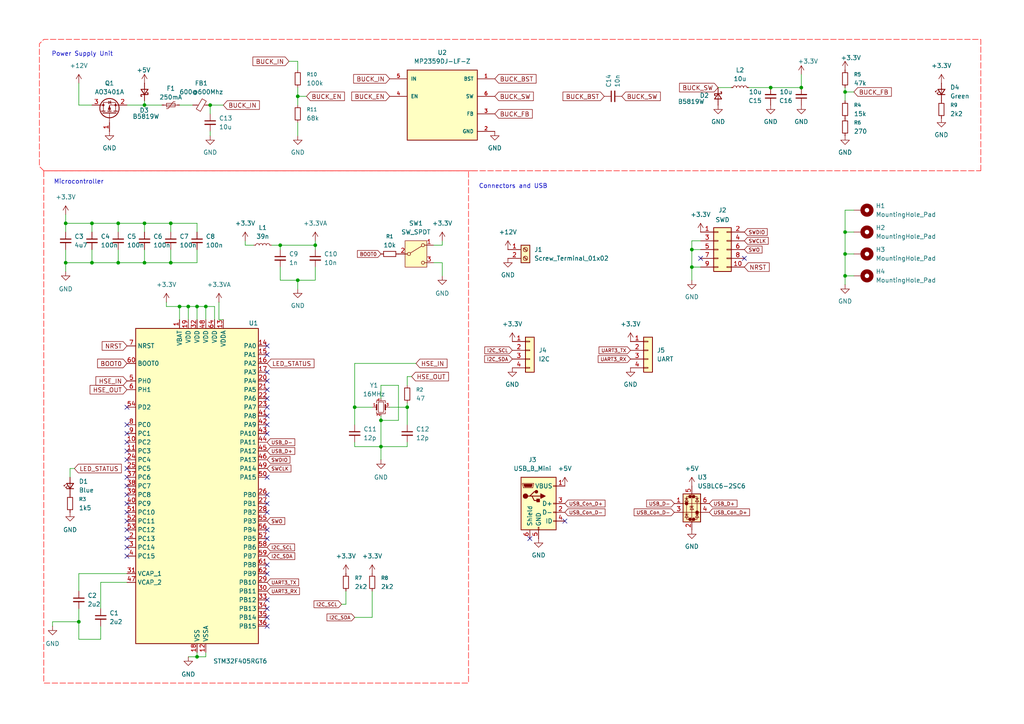
<source format=kicad_sch>
(kicad_sch (version 20250114) (generator "eeschema") (generator_version "9.0")
  (paper "A4")
  (title_block (title "STM_PCB") (date "2025-09-13") (rev "v1") (company "TK's PCB"))
  (lib_symbols
    (symbol "Connector:Screw_Terminal_01x02" (pin_names (offset 1.016) (hide yes))
      (property "Reference" "J" (at 0 2.54 0))
      (property "Value" "Screw_Terminal_01x02" (at 0 -5.08 0))
      (symbol "Screw_Terminal_01x02_1_1"
        (pin passive line (at -5.08 0 0) (length 3.81) (name "Pin_1") (number "1"))
        (pin passive line (at -5.08 -2.54 0) (length 3.81) (name "Pin_2") (number "2"))
      )
    )
    (symbol "Connector:USB_B_Mini" (pin_names (offset 1.016))
      (property "Reference" "J" (at -5.08 11.43 0))
      (property "Value" "USB_B_Mini" (at -5.08 8.89 0))
      (symbol "USB_B_Mini_1_1"
        (pin passive line (at -2.54 -10.16 90) (length 2.54) (name "Shield") (number "6"))
        (pin power_out line (at 0 -10.16 90) (length 2.54) (name "GND") (number "5"))
        (pin power_out line (at 7.62 5.08 180) (length 2.54) (name "VBUS") (number "1"))
        (pin bidirectional line (at 7.62 0 180) (length 2.54) (name "D+") (number "3"))
        (pin bidirectional line (at 7.62 -2.54 180) (length 2.54) (name "D-") (number "2"))
        (pin passive line (at 7.62 -5.08 180) (length 2.54) (name "ID") (number "4"))
      )
    )
    (symbol "Connector_Generic:Conn_01x04" (pin_names (offset 1.016) (hide yes))
      (property "Reference" "J" (at 0 5.08 0))
      (property "Value" "Conn_01x04" (at 0 -7.62 0))
      (symbol "Conn_01x04_1_1"
        (pin passive line (at -5.08 2.54 0) (length 3.81) (name "Pin_1") (number "1"))
        (pin passive line (at -5.08 0 0) (length 3.81) (name "Pin_2") (number "2"))
        (pin passive line (at -5.08 -2.54 0) (length 3.81) (name "Pin_3") (number "3"))
        (pin passive line (at -5.08 -5.08 0) (length 3.81) (name "Pin_4") (number "4"))
      )
    )
    (symbol "Connector_Generic:Conn_02x05_Odd_Even" (pin_names (offset 1.016) (hide yes))
      (property "Reference" "J" (at 1.27 7.62 0))
      (property "Value" "Conn_02x05_Odd_Even" (at 1.27 -7.62 0))
      (symbol "Conn_02x05_Odd_Even_1_1"
        (pin passive line (at -5.08 5.08 0) (length 3.81) (name "Pin_1") (number "1"))
        (pin passive line (at -5.08 2.54 0) (length 3.81) (name "Pin_3") (number "3"))
        (pin passive line (at -5.08 0 0) (length 3.81) (name "Pin_5") (number "5"))
        (pin passive line (at -5.08 -2.54 0) (length 3.81) (name "Pin_7") (number "7"))
        (pin passive line (at -5.08 -5.08 0) (length 3.81) (name "Pin_9") (number "9"))
        (pin passive line (at 7.62 5.08 180) (length 3.81) (name "Pin_2") (number "2"))
        (pin passive line (at 7.62 2.54 180) (length 3.81) (name "Pin_4") (number "4"))
        (pin passive line (at 7.62 0 180) (length 3.81) (name "Pin_6") (number "6"))
        (pin passive line (at 7.62 -2.54 180) (length 3.81) (name "Pin_8") (number "8"))
        (pin passive line (at 7.62 -5.08 180) (length 3.81) (name "Pin_10") (number "10"))
      )
    )
    (symbol "Device:C_Small" (pin_numbers (hide yes)) (pin_names (offset 0.254) (hide yes))
      (property "Reference" "C" (at 0.254 1.778 0))
      (property "Value" "C_Small" (at 0.254 -2.032 0))
      (symbol "C_Small_1_1"
        (pin passive line (at 0 2.54 270) (length 2.032) (name "~") (number "1"))
        (pin passive line (at 0 -2.54 90) (length 2.032) (name "~") (number "2"))
      )
    )
    (symbol "Device:Crystal_GND24_Small" (pin_names (offset 1.016) (hide yes))
      (property "Reference" "Y" (at 1.27 4.445 0))
      (property "Value" "Crystal_GND24_Small" (at 1.27 2.54 0))
      (symbol "Crystal_GND24_Small_1_1"
        (pin passive line (at -2.54 0 0) (length 1.27) (name "1") (number "1"))
        (pin passive line (at 0 2.54 270) (length 0.635) (name "4") (number "4"))
        (pin passive line (at 0 -2.54 90) (length 0.635) (name "2") (number "2"))
        (pin passive line (at 2.54 0 180) (length 1.27) (name "3") (number "3"))
      )
    )
    (symbol "Device:D_Schottky_Small" (pin_numbers (hide yes)) (pin_names (offset 0.254) (hide yes))
      (property "Reference" "D" (at -1.27 2.032 0))
      (property "Value" "D_Schottky_Small" (at -7.112 -2.032 0))
      (symbol "D_Schottky_Small_1_1"
        (pin passive line (at -2.54 0 0) (length 1.778) (name "K") (number "1"))
        (pin passive line (at 2.54 0 180) (length 1.778) (name "A") (number "2"))
      )
    )
    (symbol "Device:FerriteBead_Small" (pin_numbers (hide yes)) (pin_names (offset 0))
      (property "Reference" "FB" (at 1.905 1.27 0))
      (property "Value" "FerriteBead_Small" (at 1.905 -1.27 0))
      (symbol "FerriteBead_Small_1_1"
        (pin passive line (at 0 2.54 270) (length 1.27) (name "~") (number "1"))
        (pin passive line (at 0 -2.54 90) (length 1.27) (name "~") (number "2"))
      )
    )
    (symbol "Device:LED_Small" (pin_numbers (hide yes)) (pin_names (offset 0.254) (hide yes))
      (property "Reference" "D" (at -1.27 3.175 0))
      (property "Value" "LED_Small" (at -4.445 -2.54 0))
      (symbol "LED_Small_1_1"
        (pin passive line (at -2.54 0 0) (length 1.778) (name "K") (number "1"))
        (pin passive line (at 2.54 0 180) (length 1.778) (name "A") (number "2"))
      )
    )
    (symbol "Device:L_Small" (pin_numbers (hide yes)) (pin_names (offset 0.254) (hide yes))
      (property "Reference" "L" (at 0.762 1.016 0))
      (property "Value" "L_Small" (at 0.762 -1.016 0))
      (symbol "L_Small_1_1"
        (pin passive line (at 0 2.54 270) (length 0.508) (name "~") (number "1"))
        (pin passive line (at 0 -2.54 90) (length 0.508) (name "~") (number "2"))
      )
    )
    (symbol "Device:Polyfuse_Small" (pin_numbers (hide yes)) (pin_names (offset 0))
      (property "Reference" "F" (at -1.905 0 90))
      (property "Value" "Polyfuse_Small" (at 1.905 0 90))
      (symbol "Polyfuse_Small_1_1"
        (pin passive line (at 0 2.54 270) (length 0.635) (name "~") (number "1"))
        (pin passive line (at 0 -2.54 90) (length 0.635) (name "~") (number "2"))
      )
    )
    (symbol "Device:R_Small" (pin_numbers (hide yes)) (pin_names (offset 0.254) (hide yes))
      (property "Reference" "R" (at 0 0 90))
      (property "Value" "R_Small" (at 1.778 0 90))
      (symbol "R_Small_1_1"
        (pin passive line (at 0 2.54 270) (length 0.762) (name "~") (number "1"))
        (pin passive line (at 0 -2.54 90) (length 0.762) (name "~") (number "2"))
      )
    )
    (symbol "MCU_ST_STM32F4:STM32F405RGTx"
      (property "Reference" "U" (at -17.78 46.99 0))
      (property "Value" "STM32F405RGTx" (at 10.16 46.99 0))
      (symbol "STM32F405RGTx_1_1"
        (pin input line (at -20.32 40.64 0) (length 2.54) (name "NRST") (number "7"))
        (pin input line (at -20.32 35.56 0) (length 2.54) (name "BOOT0") (number "60"))
        (pin bidirectional line (at -20.32 30.48 0) (length 2.54) (name "PH0") (number "5"))
        (pin bidirectional line (at -20.32 27.94 0) (length 2.54) (name "PH1") (number "6"))
        (pin bidirectional line (at -20.32 22.86 0) (length 2.54) (name "PD2") (number "54"))
        (pin bidirectional line (at -20.32 17.78 0) (length 2.54) (name "PC0") (number "8"))
        (pin bidirectional line (at -20.32 15.24 0) (length 2.54) (name "PC1") (number "9"))
        (pin bidirectional line (at -20.32 12.7 0) (length 2.54) (name "PC2") (number "10"))
        (pin bidirectional line (at -20.32 10.16 0) (length 2.54) (name "PC3") (number "11"))
        (pin bidirectional line (at -20.32 7.62 0) (length 2.54) (name "PC4") (number "24"))
        (pin bidirectional line (at -20.32 5.08 0) (length 2.54) (name "PC5") (number "25"))
        (pin bidirectional line (at -20.32 2.54 0) (length 2.54) (name "PC6") (number "37"))
        (pin bidirectional line (at -20.32 0 0) (length 2.54) (name "PC7") (number "38"))
        (pin bidirectional line (at -20.32 -2.54 0) (length 2.54) (name "PC8") (number "39"))
        (pin bidirectional line (at -20.32 -5.08 0) (length 2.54) (name "PC9") (number "40"))
        (pin bidirectional line (at -20.32 -7.62 0) (length 2.54) (name "PC10") (number "51"))
        (pin bidirectional line (at -20.32 -10.16 0) (length 2.54) (name "PC11") (number "52"))
        (pin bidirectional line (at -20.32 -12.7 0) (length 2.54) (name "PC12") (number "53"))
        (pin bidirectional line (at -20.32 -15.24 0) (length 2.54) (name "PC13") (number "2"))
        (pin bidirectional line (at -20.32 -17.78 0) (length 2.54) (name "PC14") (number "3"))
        (pin bidirectional line (at -20.32 -20.32 0) (length 2.54) (name "PC15") (number "4"))
        (pin power_out line (at -20.32 -25.4 0) (length 2.54) (name "VCAP_1") (number "31"))
        (pin power_out line (at -20.32 -27.94 0) (length 2.54) (name "VCAP_2") (number "47"))
        (pin power_in line (at -5.08 48.26 270) (length 2.54) (name "VBAT") (number "1"))
        (pin power_in line (at -2.54 48.26 270) (length 2.54) (name "VDD") (number "19"))
        (pin power_in line (at 0 48.26 270) (length 2.54) (name "VDD") (number "32"))
        (pin power_in line (at 0 -48.26 90) (length 2.54) (name "VSS") (number "18"))
        (pin passive line (at 0 -48.26 90) (length 2.54) (hide yes) (name "VSS") (number "63"))
        (pin power_in line (at 2.54 48.26 270) (length 2.54) (name "VDD") (number "48"))
        (pin power_in line (at 2.54 -48.26 90) (length 2.54) (name "VSSA") (number "12"))
        (pin power_in line (at 5.08 48.26 270) (length 2.54) (name "VDD") (number "64"))
        (pin power_in line (at 7.62 48.26 270) (length 2.54) (name "VDDA") (number "13"))
        (pin bidirectional line (at 20.32 40.64 180) (length 2.54) (name "PA0") (number "14"))
        (pin bidirectional line (at 20.32 38.1 180) (length 2.54) (name "PA1") (number "15"))
        (pin bidirectional line (at 20.32 35.56 180) (length 2.54) (name "PA2") (number "16"))
        (pin bidirectional line (at 20.32 33.02 180) (length 2.54) (name "PA3") (number "17"))
        (pin bidirectional line (at 20.32 30.48 180) (length 2.54) (name "PA4") (number "20"))
        (pin bidirectional line (at 20.32 27.94 180) (length 2.54) (name "PA5") (number "21"))
        (pin bidirectional line (at 20.32 25.4 180) (length 2.54) (name "PA6") (number "22"))
        (pin bidirectional line (at 20.32 22.86 180) (length 2.54) (name "PA7") (number "23"))
        (pin bidirectional line (at 20.32 20.32 180) (length 2.54) (name "PA8") (number "41"))
        (pin bidirectional line (at 20.32 17.78 180) (length 2.54) (name "PA9") (number "42"))
        (pin bidirectional line (at 20.32 15.24 180) (length 2.54) (name "PA10") (number "43"))
        (pin bidirectional line (at 20.32 12.7 180) (length 2.54) (name "PA11") (number "44"))
        (pin bidirectional line (at 20.32 10.16 180) (length 2.54) (name "PA12") (number "45"))
        (pin bidirectional line (at 20.32 7.62 180) (length 2.54) (name "PA13") (number "46"))
        (pin bidirectional line (at 20.32 5.08 180) (length 2.54) (name "PA14") (number "49"))
        (pin bidirectional line (at 20.32 2.54 180) (length 2.54) (name "PA15") (number "50"))
        (pin bidirectional line (at 20.32 -2.54 180) (length 2.54) (name "PB0") (number "26"))
        (pin bidirectional line (at 20.32 -5.08 180) (length 2.54) (name "PB1") (number "27"))
        (pin bidirectional line (at 20.32 -7.62 180) (length 2.54) (name "PB2") (number "28"))
        (pin bidirectional line (at 20.32 -10.16 180) (length 2.54) (name "PB3") (number "55"))
        (pin bidirectional line (at 20.32 -12.7 180) (length 2.54) (name "PB4") (number "56"))
        (pin bidirectional line (at 20.32 -15.24 180) (length 2.54) (name "PB5") (number "57"))
        (pin bidirectional line (at 20.32 -17.78 180) (length 2.54) (name "PB6") (number "58"))
        (pin bidirectional line (at 20.32 -20.32 180) (length 2.54) (name "PB7") (number "59"))
        (pin bidirectional line (at 20.32 -22.86 180) (length 2.54) (name "PB8") (number "61"))
        (pin bidirectional line (at 20.32 -25.4 180) (length 2.54) (name "PB9") (number "62"))
        (pin bidirectional line (at 20.32 -27.94 180) (length 2.54) (name "PB10") (number "29"))
        (pin bidirectional line (at 20.32 -30.48 180) (length 2.54) (name "PB11") (number "30"))
        (pin bidirectional line (at 20.32 -33.02 180) (length 2.54) (name "PB12") (number "33"))
        (pin bidirectional line (at 20.32 -35.56 180) (length 2.54) (name "PB13") (number "34"))
        (pin bidirectional line (at 20.32 -38.1 180) (length 2.54) (name "PB14") (number "35"))
        (pin bidirectional line (at 20.32 -40.64 180) (length 2.54) (name "PB15") (number "36"))
      )
    )
    (symbol "MP2359DJ-LF-Z:MP2359DJ-LF-Z" (pin_names (offset 1.016))
      (property "Reference" "U" (at -10.16 10.668 0))
      (property "Value" "MP2359DJ-LF-Z" (at -10.16 -12.7 0))
      (symbol "MP2359DJ-LF-Z_0_0"
        (pin input line (at -15.24 7.62 0) (length 5.08) (name "IN") (number "5"))
        (pin input line (at -15.24 2.54 0) (length 5.08) (name "EN") (number "4"))
        (pin passive line (at 15.24 7.62 180) (length 5.08) (name "BST") (number "1"))
        (pin output line (at 15.24 2.54 180) (length 5.08) (name "SW") (number "6"))
        (pin input line (at 15.24 -2.54 180) (length 5.08) (name "FB") (number "3"))
        (pin power_in line (at 15.24 -7.62 180) (length 5.08) (name "GND") (number "2"))
      )
    )
    (symbol "Mechanical:MountingHole_Pad" (pin_numbers (hide yes)) (pin_names (offset 1.016) (hide yes)) (in_bom no)
      (property "Reference" "H" (at 0 6.35 0))
      (property "Value" "MountingHole_Pad" (at 0 4.445 0))
      (symbol "MountingHole_Pad_1_1"
        (pin input line (at 0 -2.54 90) (length 2.54) (name "1") (number "1"))
      )
    )
    (symbol "Power_Protection:USBLC6-2SC6" (pin_names (hide yes))
      (property "Reference" "U" (at 0.635 5.715 0))
      (property "Value" "USBLC6-2SC6" (at 0.635 3.81 0))
      (symbol "USBLC6-2SC6_1_1"
        (pin passive line (at -5.08 0 0) (length 2.54) (name "I/O1") (number "1"))
        (pin passive line (at -5.08 -2.54 0) (length 2.54) (name "I/O2") (number "3"))
        (pin passive line (at 0 5.08 270) (length 2.54) (name "VBUS") (number "5"))
        (pin passive line (at 0 -7.62 90) (length 2.54) (name "GND") (number "2"))
        (pin passive line (at 5.08 0 180) (length 2.54) (name "I/O1") (number "6"))
        (pin passive line (at 5.08 -2.54 180) (length 2.54) (name "I/O2") (number "4"))
      )
    )
    (symbol "Switch:SW_SPDT" (pin_names (offset 0) (hide yes))
      (property "Reference" "SW" (at 0 5.08 0))
      (property "Value" "SW_SPDT" (at 0 -5.08 0))
      (symbol "SW_SPDT_1_1"
        (pin passive line (at -5.08 0 0) (length 2.54) (name "B") (number "2"))
        (pin passive line (at 5.08 2.54 180) (length 2.54) (name "A") (number "1"))
        (pin passive line (at 5.08 -2.54 180) (length 2.54) (name "C") (number "3"))
      )
    )
    (symbol "Transistor_FET:AO3401A" (pin_names (hide yes))
      (property "Reference" "Q" (at 5.08 1.905 0))
      (property "Value" "AO3401A" (at 5.08 0 0))
      (symbol "AO3401A_1_1"
        (pin input line (at -5.08 0 0) (length 2.54) (name "G") (number "1"))
        (pin passive line (at 2.54 5.08 270) (length 2.54) (name "D") (number "3"))
        (pin passive line (at 2.54 -5.08 90) (length 2.54) (name "S") (number "2"))
      )
    )
    (symbol "power:+12V" (power) (pin_numbers (hide yes)) (pin_names (offset 0) (hide yes))
      (property "Value" "+12V" (at 0 3.556 0))
      (symbol "+12V_1_1"
        (pin power_in line (at 0 0 90) (length 0) (name "~") (number "1"))
      )
    )
    (symbol "power:+3.3V" (power) (pin_numbers (hide yes)) (pin_names (offset 0) (hide yes))
      (property "Value" "+3.3V" (at 0 3.556 0))
      (symbol "+3.3V_1_1"
        (pin power_in line (at 0 0 90) (length 0) (name "~") (number "1"))
      )
    )
    (symbol "power:+3.3VA" (power) (pin_numbers (hide yes)) (pin_names (offset 0) (hide yes))
      (property "Value" "+3.3VA" (at 0 3.556 0))
      (symbol "+3.3VA_1_1"
        (pin power_in line (at 0 0 90) (length 0) (name "~") (number "1"))
      )
    )
    (symbol "power:GND" (power) (pin_numbers (hide yes)) (pin_names (offset 0) (hide yes))
      (property "Value" "GND" (at 0 -3.81 0))
      (symbol "GND_1_1"
        (pin power_in line (at 0 0 270) (length 0) (name "~") (number "1"))
      )
    )
  )
  (text "Power Supply Unit" (at 23.876 15.748 0) (effects (font (size 1.27 1.27))))
  (text "Microcontroller" (at 22.86 52.832 0) (effects (font (size 1.27 1.27))))
  (text "Connectors and USB" (at 148.844 54.102 0) (effects (font (size 1.27 1.27))))
  (junction (at 118.11 118.11))
  (junction (at 245.11 67.31))
  (junction (at 81.28 71.12))
  (junction (at 19.05 64.77))
  (junction (at 232.41 25.4))
  (junction (at 19.05 76.2))
  (junction (at 110.49 121.92))
  (junction (at 41.91 76.2))
  (junction (at 91.44 71.12))
  (junction (at 49.53 76.2))
  (junction (at 41.91 64.77))
  (junction (at 200.66 72.39))
  (junction (at 49.53 64.77))
  (junction (at 86.36 27.94))
  (junction (at 59.69 88.9))
  (junction (at 52.07 88.9))
  (junction (at 245.11 73.66))
  (junction (at 86.36 81.28))
  (junction (at 22.86 180.34))
  (junction (at 245.11 26.67))
  (junction (at 54.61 88.9))
  (junction (at 102.87 118.11))
  (junction (at 41.91 30.48))
  (junction (at 60.96 30.48))
  (junction (at 245.11 80.01))
  (junction (at 26.67 76.2))
  (junction (at 26.67 64.77))
  (junction (at 200.66 77.47))
  (junction (at 110.49 129.54))
  (junction (at 34.29 76.2))
  (junction (at 34.29 64.77))
  (junction (at 223.52 25.4))
  (junction (at 57.15 88.9))
  (junction (at 57.15 190.5))
  (no_connect (at 77.47 181.61))
  (no_connect (at 215.9 74.93))
  (no_connect (at 36.83 140.97))
  (no_connect (at 77.47 148.59))
  (no_connect (at 77.47 176.53))
  (no_connect (at 77.47 107.95))
  (no_connect (at 36.83 125.73))
  (no_connect (at 77.47 146.05))
  (no_connect (at 77.47 118.11))
  (no_connect (at 77.47 156.21))
  (no_connect (at 77.47 163.83))
  (no_connect (at 77.47 173.99))
  (no_connect (at 77.47 110.49))
  (no_connect (at 77.47 102.87))
  (no_connect (at 77.47 138.43))
  (no_connect (at 77.47 166.37))
  (no_connect (at 77.47 100.33))
  (no_connect (at 36.83 151.13))
  (no_connect (at 77.47 120.65))
  (no_connect (at 77.47 153.67))
  (no_connect (at 36.83 130.81))
  (no_connect (at 36.83 135.89))
  (no_connect (at 36.83 161.29))
  (no_connect (at 36.83 138.43))
  (no_connect (at 36.83 153.67))
  (no_connect (at 36.83 128.27))
  (no_connect (at 36.83 156.21))
  (no_connect (at 77.47 179.07))
  (no_connect (at 36.83 118.11))
  (no_connect (at 77.47 113.03))
  (no_connect (at 77.47 125.73))
  (no_connect (at 36.83 133.35))
  (no_connect (at 36.83 158.75))
  (no_connect (at 36.83 146.05))
  (no_connect (at 36.83 143.51))
  (no_connect (at 36.83 123.19))
  (no_connect (at 77.47 143.51))
  (no_connect (at 163.83 151.13))
  (no_connect (at 203.2 74.93))
  (no_connect (at 36.83 148.59))
  (no_connect (at 77.47 123.19))
  (no_connect (at 153.67 156.21))
  (no_connect (at 77.47 115.57))
  (wire (pts (xy 48.26 87.63) (xy 48.26 88.9)))
  (wire (pts (xy 41.91 64.77) (xy 34.29 64.77)))
  (wire (pts (xy 49.53 64.77) (xy 41.91 64.77)))
  (wire (pts (xy 200.66 72.39) (xy 203.2 72.39)))
  (wire (pts (xy 245.11 67.31) (xy 247.65 67.31)))
  (wire (pts (xy 223.52 25.4) (xy 232.41 25.4)))
  (wire (pts (xy 21.59 135.89) (xy 20.32 135.89)))
  (wire (pts (xy 115.57 111.76) (xy 115.57 121.92)))
  (wire (pts (xy 57.15 72.39) (xy 57.15 76.2)))
  (wire (pts (xy 118.11 109.22) (xy 119.38 109.22)))
  (wire (pts (xy 34.29 72.39) (xy 34.29 76.2)))
  (wire (pts (xy 118.11 116.84) (xy 118.11 118.11)))
  (wire (pts (xy 110.49 115.57) (xy 110.49 111.76)))
  (wire (pts (xy 245.11 80.01) (xy 245.11 82.55)))
  (wire (pts (xy 245.11 73.66) (xy 245.11 80.01)))
  (wire (pts (xy 128.27 69.85) (xy 128.27 71.12)))
  (wire (pts (xy 113.03 118.11) (xy 118.11 118.11)))
  (wire (pts (xy 26.67 76.2) (xy 19.05 76.2)))
  (wire (pts (xy 57.15 76.2) (xy 49.53 76.2)))
  (wire (pts (xy 217.17 25.4) (xy 223.52 25.4)))
  (wire (pts (xy 232.41 21.59) (xy 232.41 25.4)))
  (wire (pts (xy 34.29 64.77) (xy 26.67 64.77)))
  (wire (pts (xy 57.15 64.77) (xy 49.53 64.77)))
  (wire (pts (xy 60.96 30.48) (xy 64.77 30.48)))
  (wire (pts (xy 29.21 185.42) (xy 29.21 181.61)))
  (wire (pts (xy 118.11 129.54) (xy 118.11 128.27)))
  (wire (pts (xy 81.28 71.12) (xy 91.44 71.12)))
  (wire (pts (xy 245.11 60.96) (xy 245.11 67.31)))
  (wire (pts (xy 19.05 62.23) (xy 19.05 64.77)))
  (wire (pts (xy 36.83 30.48) (xy 41.91 30.48)))
  (wire (pts (xy 57.15 88.9) (xy 57.15 92.71)))
  (wire (pts (xy 49.53 64.77) (xy 49.53 67.31)))
  (wire (pts (xy 100.33 171.45) (xy 100.33 175.26)))
  (wire (pts (xy 128.27 76.2) (xy 128.27 80.01)))
  (wire (pts (xy 49.53 76.2) (xy 41.91 76.2)))
  (wire (pts (xy 22.86 176.53) (xy 22.86 180.34)))
  (wire (pts (xy 19.05 76.2) (xy 19.05 78.74)))
  (wire (pts (xy 41.91 64.77) (xy 41.91 67.31)))
  (wire (pts (xy 110.49 129.54) (xy 118.11 129.54)))
  (wire (pts (xy 200.66 69.85) (xy 200.66 72.39)))
  (wire (pts (xy 29.21 176.53) (xy 29.21 168.91)))
  (wire (pts (xy 247.65 60.96) (xy 245.11 60.96)))
  (wire (pts (xy 26.67 64.77) (xy 26.67 67.31)))
  (wire (pts (xy 41.91 76.2) (xy 34.29 76.2)))
  (wire (pts (xy 29.21 168.91) (xy 36.83 168.91)))
  (wire (pts (xy 118.11 118.11) (xy 118.11 123.19)))
  (wire (pts (xy 34.29 76.2) (xy 26.67 76.2)))
  (wire (pts (xy 245.11 67.31) (xy 245.11 73.66)))
  (wire (pts (xy 110.49 121.92) (xy 110.49 129.54)))
  (wire (pts (xy 22.86 185.42) (xy 22.86 180.34)))
  (wire (pts (xy 118.11 111.76) (xy 118.11 109.22)))
  (wire (pts (xy 110.49 121.92) (xy 110.49 120.65)))
  (wire (pts (xy 41.91 72.39) (xy 41.91 76.2)))
  (wire (pts (xy 15.24 180.34) (xy 22.86 180.34)))
  (wire (pts (xy 110.49 111.76) (xy 115.57 111.76)))
  (wire (pts (xy 57.15 67.31) (xy 57.15 64.77)))
  (wire (pts (xy 81.28 71.12) (xy 81.28 72.39)))
  (wire (pts (xy 41.91 29.21) (xy 41.91 30.48)))
  (wire (pts (xy 71.12 71.12) (xy 73.66 71.12)))
  (wire (pts (xy 52.07 30.48) (xy 55.88 30.48)))
  (wire (pts (xy 245.11 73.66) (xy 247.65 73.66)))
  (wire (pts (xy 59.69 88.9) (xy 57.15 88.9)))
  (wire (pts (xy 19.05 72.39) (xy 19.05 76.2)))
  (wire (pts (xy 86.36 81.28) (xy 86.36 83.82)))
  (wire (pts (xy 245.11 25.4) (xy 245.11 26.67)))
  (wire (pts (xy 60.96 39.37) (xy 60.96 38.1)))
  (wire (pts (xy 102.87 128.27) (xy 102.87 129.54)))
  (wire (pts (xy 26.67 72.39) (xy 26.67 76.2)))
  (wire (pts (xy 22.86 185.42) (xy 29.21 185.42)))
  (wire (pts (xy 91.44 71.12) (xy 91.44 72.39)))
  (wire (pts (xy 91.44 81.28) (xy 91.44 77.47)))
  (wire (pts (xy 86.36 35.56) (xy 86.36 39.37)))
  (wire (pts (xy 102.87 105.41) (xy 102.87 118.11)))
  (wire (pts (xy 102.87 123.19) (xy 102.87 118.11)))
  (wire (pts (xy 200.66 77.47) (xy 200.66 81.28)))
  (wire (pts (xy 36.83 166.37) (xy 22.86 166.37)))
  (wire (pts (xy 102.87 129.54) (xy 110.49 129.54)))
  (wire (pts (xy 57.15 189.23) (xy 57.15 190.5)))
  (wire (pts (xy 107.95 171.45) (xy 107.95 179.07)))
  (wire (pts (xy 120.65 105.41) (xy 102.87 105.41)))
  (wire (pts (xy 99.06 175.26) (xy 100.33 175.26)))
  (wire (pts (xy 22.86 24.13) (xy 22.86 30.48)))
  (wire (pts (xy 62.23 92.71) (xy 62.23 88.9)))
  (wire (pts (xy 86.36 81.28) (xy 91.44 81.28)))
  (wire (pts (xy 34.29 64.77) (xy 34.29 67.31)))
  (wire (pts (xy 57.15 88.9) (xy 54.61 88.9)))
  (wire (pts (xy 102.87 118.11) (xy 107.95 118.11)))
  (wire (pts (xy 22.86 166.37) (xy 22.86 171.45)))
  (wire (pts (xy 86.36 27.94) (xy 88.9 27.94)))
  (wire (pts (xy 86.36 27.94) (xy 86.36 30.48)))
  (wire (pts (xy 19.05 64.77) (xy 19.05 67.31)))
  (wire (pts (xy 91.44 69.85) (xy 91.44 71.12)))
  (wire (pts (xy 245.11 26.67) (xy 245.11 29.21)))
  (wire (pts (xy 41.91 30.48) (xy 46.99 30.48)))
  (wire (pts (xy 110.49 129.54) (xy 110.49 133.35)))
  (wire (pts (xy 20.32 135.89) (xy 20.32 138.43)))
  (wire (pts (xy 59.69 88.9) (xy 59.69 92.71)))
  (wire (pts (xy 125.73 76.2) (xy 128.27 76.2)))
  (wire (pts (xy 203.2 69.85) (xy 200.66 69.85)))
  (wire (pts (xy 60.96 33.02) (xy 60.96 30.48)))
  (wire (pts (xy 83.82 17.78) (xy 86.36 17.78)))
  (wire (pts (xy 128.27 71.12) (xy 125.73 71.12)))
  (wire (pts (xy 86.36 20.32) (xy 86.36 17.78)))
  (wire (pts (xy 208.28 25.4) (xy 212.09 25.4)))
  (wire (pts (xy 78.74 71.12) (xy 81.28 71.12)))
  (wire (pts (xy 52.07 88.9) (xy 52.07 92.71)))
  (wire (pts (xy 54.61 190.5) (xy 57.15 190.5)))
  (wire (pts (xy 62.23 88.9) (xy 59.69 88.9)))
  (wire (pts (xy 86.36 25.4) (xy 86.36 27.94)))
  (wire (pts (xy 63.5 87.63) (xy 63.5 92.71)))
  (wire (pts (xy 59.69 190.5) (xy 59.69 189.23)))
  (wire (pts (xy 107.95 179.07) (xy 102.87 179.07)))
  (wire (pts (xy 200.66 77.47) (xy 203.2 77.47)))
  (wire (pts (xy 115.57 121.92) (xy 110.49 121.92)))
  (wire (pts (xy 200.66 72.39) (xy 200.66 77.47)))
  (wire (pts (xy 81.28 77.47) (xy 81.28 81.28)))
  (wire (pts (xy 52.07 88.9) (xy 48.26 88.9)))
  (wire (pts (xy 54.61 88.9) (xy 52.07 88.9)))
  (wire (pts (xy 81.28 81.28) (xy 86.36 81.28)))
  (wire (pts (xy 22.86 30.48) (xy 26.67 30.48)))
  (wire (pts (xy 71.12 71.12) (xy 71.12 69.85)))
  (wire (pts (xy 26.67 64.77) (xy 19.05 64.77)))
  (wire (pts (xy 245.11 80.01) (xy 247.65 80.01)))
  (wire (pts (xy 54.61 88.9) (xy 54.61 92.71)))
  (wire (pts (xy 57.15 190.5) (xy 59.69 190.5)))
  (wire (pts (xy 49.53 72.39) (xy 49.53 76.2)))
  (wire (pts (xy 245.11 26.67) (xy 247.65 26.67)))
  (wire (pts (xy 63.5 92.71) (xy 64.77 92.71)))
  (wire (pts (xy 15.24 181.61) (xy 15.24 180.34)))
  (global_label "SWCLK" (shape input) (at 215.9 69.85 0) (effects (font (size 1.016 1.016))) (property "Intersheetrefs" "${INTERSHEET_REFS}" (effects (hide yes))))
  (global_label "BUCK_EN" (shape input) (at 113.03 27.94 180) (property "Intersheetrefs" "${INTERSHEET_REFS}" (effects (hide yes))))
  (global_label "I2C_SCL" (shape input) (at 148.59 101.6 180) (effects (font (size 1.016 1.016))) (property "Intersheetrefs" "${INTERSHEET_REFS}" (effects (hide yes))))
  (global_label "SWCLK" (shape input) (at 77.47 135.89 0) (effects (font (size 1.016 1.016))) (property "Intersheetrefs" "${INTERSHEET_REFS}" (effects (hide yes))))
  (global_label "BUCK_SW" (shape input) (at 143.51 27.94 0) (property "Intersheetrefs" "${INTERSHEET_REFS}" (effects (hide yes))))
  (global_label "BUCK_SW" (shape input) (at 180.34 27.94 0) (property "Intersheetrefs" "${INTERSHEET_REFS}" (effects (hide yes))))
  (global_label "SWO" (shape input) (at 77.47 151.13 0) (effects (font (size 1.016 1.016))) (property "Intersheetrefs" "${INTERSHEET_REFS}" (effects (hide yes))))
  (global_label "USB_Con_D-" (shape input) (at 195.58 148.59 180) (effects (font (size 1.016 1.016))) (property "Intersheetrefs" "${INTERSHEET_REFS}" (effects (hide yes))))
  (global_label "USB_Con_D+" (shape input) (at 163.83 146.05 0) (effects (font (size 1.016 1.016))) (property "Intersheetrefs" "${INTERSHEET_REFS}" (effects (hide yes))))
  (global_label "SWDIO" (shape input) (at 215.9 67.31 0) (effects (font (size 1.016 1.016))) (property "Intersheetrefs" "${INTERSHEET_REFS}" (effects (hide yes))))
  (global_label "UART3_TX" (shape input) (at 77.47 168.91 0) (effects (font (size 1.016 1.016))) (property "Intersheetrefs" "${INTERSHEET_REFS}" (effects (hide yes))))
  (global_label "USB_Con_D-" (shape input) (at 163.83 148.59 0) (effects (font (size 1.016 1.016))) (property "Intersheetrefs" "${INTERSHEET_REFS}" (effects (hide yes))))
  (global_label "SWDIO" (shape input) (at 77.47 133.35 0) (effects (font (size 1.016 1.016))) (property "Intersheetrefs" "${INTERSHEET_REFS}" (effects (hide yes))))
  (global_label "USB_D-" (shape input) (at 195.58 146.05 180) (effects (font (size 1.016 1.016))) (property "Intersheetrefs" "${INTERSHEET_REFS}" (effects (hide yes))))
  (global_label "USB_D-" (shape input) (at 77.47 128.27 0) (effects (font (size 1.016 1.016))) (property "Intersheetrefs" "${INTERSHEET_REFS}" (effects (hide yes))))
  (global_label "HSE_OUT" (shape input) (at 36.83 113.03 180) (property "Intersheetrefs" "${INTERSHEET_REFS}" (effects (hide yes))))
  (global_label "NRST" (shape input) (at 215.9 77.47 0) (property "Intersheetrefs" "${INTERSHEET_REFS}" (effects (hide yes))))
  (global_label "USB_D+" (shape input) (at 205.74 146.05 0) (effects (font (size 1.016 1.016))) (property "Intersheetrefs" "${INTERSHEET_REFS}" (effects (hide yes))))
  (global_label "I2C_SCL" (shape input) (at 77.47 158.75 0) (effects (font (size 1.016 1.016))) (property "Intersheetrefs" "${INTERSHEET_REFS}" (effects (hide yes))))
  (global_label "LED_STATUS" (shape input) (at 77.47 105.41 0) (property "Intersheetrefs" "${INTERSHEET_REFS}" (effects (hide yes))))
  (global_label "BUCK_IN" (shape input) (at 83.82 17.78 180) (property "Intersheetrefs" "${INTERSHEET_REFS}" (effects (hide yes))))
  (global_label "NRST" (shape input) (at 36.83 100.33 180) (property "Intersheetrefs" "${INTERSHEET_REFS}" (effects (hide yes))))
  (global_label "I2C_SDA" (shape input) (at 77.47 161.29 0) (effects (font (size 1.016 1.016))) (property "Intersheetrefs" "${INTERSHEET_REFS}" (effects (hide yes))))
  (global_label "HSE_IN" (shape input) (at 36.83 110.49 180) (property "Intersheetrefs" "${INTERSHEET_REFS}" (effects (hide yes))))
  (global_label "I2C_SDA" (shape input) (at 102.87 179.07 180) (effects (font (size 1.016 1.016))) (property "Intersheetrefs" "${INTERSHEET_REFS}" (effects (hide yes))))
  (global_label "BUCK_EN" (shape input) (at 88.9 27.94 0) (property "Intersheetrefs" "${INTERSHEET_REFS}" (effects (hide yes))))
  (global_label "HSE_OUT" (shape input) (at 119.38 109.22 0) (property "Intersheetrefs" "${INTERSHEET_REFS}" (effects (hide yes))))
  (global_label "HSE_IN" (shape input) (at 120.65 105.41 0) (property "Intersheetrefs" "${INTERSHEET_REFS}" (effects (hide yes))))
  (global_label "BUCK_SW" (shape input) (at 208.28 25.4 180) (property "Intersheetrefs" "${INTERSHEET_REFS}" (effects (hide yes))))
  (global_label "BUCK_FB" (shape input) (at 247.65 26.67 0) (property "Intersheetrefs" "${INTERSHEET_REFS}" (effects (hide yes))))
  (global_label "I2C_SDA" (shape input) (at 148.59 104.14 180) (effects (font (size 1.016 1.016))) (property "Intersheetrefs" "${INTERSHEET_REFS}" (effects (hide yes))))
  (global_label "UART3_RX" (shape input) (at 77.47 171.45 0) (effects (font (size 1.016 1.016))) (property "Intersheetrefs" "${INTERSHEET_REFS}" (effects (hide yes))))
  (global_label "SWO" (shape input) (at 215.9 72.39 0) (effects (font (size 1.016 1.016))) (property "Intersheetrefs" "${INTERSHEET_REFS}" (effects (hide yes))))
  (global_label "BUCK_IN" (shape input) (at 113.03 22.86 180) (property "Intersheetrefs" "${INTERSHEET_REFS}" (effects (hide yes))))
  (global_label "UART3_RX" (shape input) (at 182.88 104.14 180) (effects (font (size 1.016 1.016))) (property "Intersheetrefs" "${INTERSHEET_REFS}" (effects (hide yes))))
  (global_label "USB_D+" (shape input) (at 77.47 130.81 0) (effects (font (size 1.016 1.016))) (property "Intersheetrefs" "${INTERSHEET_REFS}" (effects (hide yes))))
  (global_label "USB_Con_D+" (shape input) (at 205.74 148.59 0) (effects (font (size 1.016 1.016))) (property "Intersheetrefs" "${INTERSHEET_REFS}" (effects (hide yes))))
  (global_label "BOOT0" (shape input) (at 110.49 73.66 180) (effects (font (size 1.016 1.016))) (property "Intersheetrefs" "${INTERSHEET_REFS}" (effects (hide yes))))
  (global_label "BUCK_FB" (shape input) (at 143.51 33.02 0) (property "Intersheetrefs" "${INTERSHEET_REFS}" (effects (hide yes))))
  (global_label "I2C_SCL" (shape input) (at 99.06 175.26 180) (effects (font (size 1.016 1.016))) (property "Intersheetrefs" "${INTERSHEET_REFS}" (effects (hide yes))))
  (global_label "BUCK_IN" (shape input) (at 64.77 30.48 0) (property "Intersheetrefs" "${INTERSHEET_REFS}" (effects (hide yes))))
  (global_label "BUCK_BST" (shape input) (at 143.51 22.86 0) (property "Intersheetrefs" "${INTERSHEET_REFS}" (effects (hide yes))))
  (global_label "LED_STATUS" (shape input) (at 21.59 135.89 0) (property "Intersheetrefs" "${INTERSHEET_REFS}" (effects (hide yes))))
  (global_label "BUCK_BST" (shape input) (at 175.26 27.94 180) (property "Intersheetrefs" "${INTERSHEET_REFS}" (effects (hide yes))))
  (global_label "UART3_TX" (shape input) (at 182.88 101.6 180) (effects (font (size 1.016 1.016))) (property "Intersheetrefs" "${INTERSHEET_REFS}" (effects (hide yes))))
  (global_label "BOOT0" (shape input) (at 36.83 105.41 180) (effects (font (thickness 0.1588))) (property "Intersheetrefs" "${INTERSHEET_REFS}" (effects (hide yes))))
  (rule_area (polyline (pts (xy 284.48 49.53) (xy 284.48 11.43) (xy 12.7 11.43) (xy 11.43 12.7) (xy 11.43 48.26) (xy 12.7 49.53)) (stroke (width 0) (type dash))))
  (rule_area (polyline (pts (xy 12.7 49.53) (xy 135.89 49.53) (xy 135.89 198.12) (xy 12.7 198.12)) (stroke (width 0) (type dash))))
  (rule_area (polyline (pts (xy 12.7 49.53) (xy 138.43 49.53)) (stroke (width 0) (type dash))))
  (symbol (lib_id "Device:C_Small") (at 19.05 69.85 0) (unit 1)
    (property "Reference" "C3" (at 21.59 68.5862 0) (effects (justify left)))
    (property "Value" "4u7" (at 21.59 71.1262 0) (effects (justify left)))
    (property "Footprint" "Capacitor_SMD:C_0603_1608Metric" (effects (hide yes)))
    (property "Description" "Unpolarized capacitor, small symbol" (effects (hide yes)))
  )
  (symbol (lib_id "power:+3.3V") (at 48.26 87.63 0) (unit 1)
    (property "Reference" "#PWR01" (effects (hide yes)))
    (property "Value" "+3.3V" (at 48.26 82.55 0))
    (property "Description" "Power symbol creates a global label with name \"+3.3V\"" (effects (hide yes)))
  )
  (symbol (lib_id "power:GND") (at 54.61 190.5 0) (unit 1)
    (property "Reference" "#PWR03" (effects (hide yes)))
    (property "Value" "GND" (at 54.61 195.58 0))
    (property "Description" "Power symbol creates a global label with name \"GND\" , ground" (effects (hide yes)))
  )
  (symbol (lib_id "Mechanical:MountingHole_Pad") (at 250.19 60.96 270) (unit 1) (in_bom no)
    (property "Reference" "H1" (at 254 59.6899 90) (effects (justify left)))
    (property "Value" "MountingHole_Pad" (at 254 62.2299 90) (effects (justify left)))
    (property "Footprint" "MountingHole:MountingHole_4.3mm_M4_Pad_Via" (effects (hide yes)))
    (property "Description" "Mounting Hole with connection" (effects (hide yes)))
  )
  (symbol (lib_id "Device:C_Small") (at 49.53 69.85 0) (unit 1)
    (property "Reference" "C7" (at 52.07 68.5862 0) (effects (justify left)))
    (property "Value" "100n" (at 52.07 71.1262 0) (effects (justify left)))
    (property "Footprint" "Capacitor_SMD:C_0402_1005Metric" (effects (hide yes)))
    (property "Description" "Unpolarized capacitor, small symbol" (effects (hide yes)))
  )
  (symbol (lib_id "power:+3.3V") (at 273.05 24.13 0) (unit 1)
    (property "Reference" "#PWR039" (effects (hide yes)))
    (property "Value" "+3.3V" (at 273.05 19.05 0))
    (property "Description" "Power symbol creates a global label with name \"+3.3V\"" (effects (hide yes)))
  )
  (symbol (lib_id "Device:C_Small") (at 177.8 27.94 90) (unit 1)
    (property "Reference" "C14" (at 176.5362 25.4 0) (effects (justify left)))
    (property "Value" "10n" (at 179.0762 25.4 0) (effects (justify left)))
    (property "Footprint" "Capacitor_SMD:C_0603_1608Metric" (effects (hide yes)))
    (property "Description" "Unpolarized capacitor, small symbol" (effects (hide yes)))
  )
  (symbol (lib_id "Device:L_Small") (at 214.63 25.4 90) (unit 1)
    (property "Reference" "L2" (at 214.63 20.32 90))
    (property "Value" "10u" (at 214.63 22.86 90))
    (property "Footprint" "Inductor_SMD:L_Sunlord_MWSA0518S" (effects (hide yes)))
    (property "Description" "Inductor, small symbol" (effects (hide yes)))
  )
  (symbol (lib_id "power:+12V") (at 200.66 140.97 0) (unit 1)
    (property "Reference" "#PWR036" (effects (hide yes)))
    (property "Value" "+5V" (at 200.66 135.89 0))
    (property "Description" "Power symbol creates a global label with name \"+12V\"" (effects (hide yes)))
  )
  (symbol (lib_id "Device:R_Small") (at 273.05 31.75 180) (unit 1)
    (property "Reference" "R9" (at 275.59 30.4799 0) (effects (font (size 1.016 1.016)) (justify right)))
    (property "Value" "2k2" (at 275.59 33.0199 0) (effects (justify right)))
    (property "Footprint" "Resistor_SMD:R_0603_1608Metric" (effects (hide yes)))
    (property "Description" "Resistor, small symbol" (effects (hide yes)))
  )
  (symbol (lib_id "Device:C_Small") (at 223.52 27.94 180) (unit 1)
    (property "Reference" "C15" (at 220.98 29.2038 0) (effects (justify left)))
    (property "Value" "10u" (at 220.98 26.6638 0) (effects (justify left)))
    (property "Footprint" "Capacitor_SMD:C_1206_3216Metric" (effects (hide yes)))
    (property "Description" "Unpolarized capacitor, small symbol" (effects (hide yes)))
  )
  (symbol (lib_id "power:GND") (at 182.88 106.68 0) (unit 1)
    (property "Reference" "#PWR031" (effects (hide yes)))
    (property "Value" "GND" (at 182.88 111.506 0))
    (property "Description" "Power symbol creates a global label with name \"GND\" , ground" (effects (hide yes)))
  )
  (symbol (lib_id "power:+3.3VA") (at 91.44 69.85 0) (unit 1)
    (property "Reference" "#PWR09" (effects (hide yes)))
    (property "Value" "+3.3VA" (at 91.44 64.77 0))
    (property "Description" "Power symbol creates a global label with name \"+3.3VA\"" (effects (hide yes)))
  )
  (symbol (lib_id "Device:LED_Small") (at 20.32 140.97 90) (unit 1)
    (property "Reference" "D1" (at 22.86 139.6364 90) (effects (justify right)))
    (property "Value" "Blue" (at 22.86 142.1764 90) (effects (justify right)))
    (property "Footprint" "LED_SMD:LED_0603_1608Metric" (effects (hide yes)))
    (property "Description" "Light emitting diode, small symbol" (effects (hide yes)))
    (property "Sim.Pin" "1=K 2=A" (effects (hide yes)))
  )
  (symbol (lib_id "Device:C_Small") (at 29.21 179.07 0) (unit 1)
    (property "Reference" "C1" (at 31.75 177.8062 0) (effects (justify left)))
    (property "Value" "2u2" (at 31.75 180.3462 0) (effects (justify left)))
    (property "Footprint" "Capacitor_SMD:C_0603_1608Metric" (effects (hide yes)))
    (property "Description" "Unpolarized capacitor, small symbol" (effects (hide yes)))
  )
  (symbol (lib_id "Mechanical:MountingHole_Pad") (at 250.19 80.01 270) (unit 1) (in_bom no)
    (property "Reference" "H4" (at 254 78.7399 90) (effects (justify left)))
    (property "Value" "MountingHole_Pad" (at 254 81.2799 90) (effects (justify left)))
    (property "Footprint" "MountingHole:MountingHole_4.3mm_M4_Pad_Via" (effects (hide yes)))
    (property "Description" "Mounting Hole with connection" (effects (hide yes)))
  )
  (symbol (lib_id "power:+3.3V") (at 71.12 69.85 0) (unit 1)
    (property "Reference" "#PWR010" (effects (hide yes)))
    (property "Value" "+3.3V" (at 71.12 64.77 0))
    (property "Description" "Power symbol creates a global label with name \"+3.3V\"" (effects (hide yes)))
  )
  (symbol (lib_id "Device:C_Small") (at 102.87 125.73 0) (unit 1)
    (property "Reference" "C11" (at 105.41 124.4662 0) (effects (justify left)))
    (property "Value" "12p" (at 105.41 127.0062 0) (effects (justify left)))
    (property "Footprint" "Capacitor_SMD:C_0402_1005Metric" (effects (hide yes)))
    (property "Description" "Unpolarized capacitor, small symbol" (effects (hide yes)))
  )
  (symbol (lib_id "Device:Polyfuse_Small") (at 49.53 30.48 90) (unit 1)
    (property "Reference" "F1" (at 49.53 25.654 90))
    (property "Value" "250mA" (at 49.53 28.194 90))
    (property "Footprint" "Fuse:Fuse_1206_3216Metric" (effects (hide yes)))
    (property "Description" "Resettable fuse, polymeric positive temperature coefficient, small symbol" (effects (hide yes)))
  )
  (symbol (lib_id "power:+3.3V") (at 128.27 69.85 0) (unit 1)
    (property "Reference" "#PWR05" (effects (hide yes)))
    (property "Value" "+3.3V" (at 128.27 64.77 0))
    (property "Description" "Power symbol creates a global label with name \"+3.3V\"" (effects (hide yes)))
  )
  (symbol (lib_id "power:+3.3VA") (at 63.5 87.63 0) (unit 1)
    (property "Reference" "#PWR02" (effects (hide yes)))
    (property "Value" "+3.3VA" (at 63.5 82.55 0))
    (property "Description" "Power symbol creates a global label with name \"+3.3VA\"" (effects (hide yes)))
  )
  (symbol (lib_id "power:GND") (at 110.49 133.35 0) (unit 1)
    (property "Reference" "#PWR012" (effects (hide yes)))
    (property "Value" "GND" (at 110.49 138.43 0))
    (property "Description" "Power symbol creates a global label with name \"GND\" , ground" (effects (hide yes)))
  )
  (symbol (lib_id "Device:R_Small") (at 86.36 22.86 0) (unit 1)
    (property "Reference" "R10" (at 88.9 21.5899 0) (effects (font (size 1.016 1.016)) (justify left)))
    (property "Value" "100k" (at 88.9 24.1299 0) (effects (justify left)))
    (property "Footprint" "Resistor_SMD:R_0603_1608Metric" (effects (hide yes)))
    (property "Description" "Resistor, small symbol" (effects (hide yes)))
  )
  (symbol (lib_id "Device:R_Small") (at 118.11 114.3 180) (unit 1)
    (property "Reference" "R2" (at 120.65 113.0299 0) (effects (font (size 1.016 1.016)) (justify right)))
    (property "Value" "47" (at 120.65 115.5699 0) (effects (justify right)))
    (property "Footprint" "Resistor_SMD:R_0402_1005Metric" (effects (hide yes)))
    (property "Description" "Resistor, small symbol" (effects (hide yes)))
  )
  (symbol (lib_id "Device:LED_Small") (at 273.05 26.67 90) (unit 1)
    (property "Reference" "D4" (at 275.59 25.3364 90) (effects (justify right)))
    (property "Value" "Green" (at 275.59 27.8764 90) (effects (justify right)))
    (property "Footprint" "LED_SMD:LED_0603_1608Metric" (effects (hide yes)))
    (property "Description" "Light emitting diode, small symbol" (effects (hide yes)))
    (property "Sim.Pin" "1=K 2=A" (effects (hide yes)))
  )
  (symbol (lib_id "power:+12V") (at 41.91 24.13 0) (unit 1)
    (property "Reference" "#PWR032" (effects (hide yes)))
    (property "Value" "+5V" (at 41.656 20.32 0))
    (property "Description" "Power symbol creates a global label with name \"+12V\"" (effects (hide yes)))
  )
  (symbol (lib_id "power:+3.3V") (at 203.2 67.31 0) (unit 1)
    (property "Reference" "#PWR027" (effects (hide yes)))
    (property "Value" "+3.3V" (at 203.2 62.23 0))
    (property "Description" "Power symbol creates a global label with name \"+3.3V\"" (effects (hide yes)))
  )
  (symbol (lib_id "Device:R_Small") (at 107.95 168.91 180) (unit 1)
    (property "Reference" "R8" (at 110.49 167.6399 0) (effects (font (size 1.016 1.016)) (justify right)))
    (property "Value" "2k2" (at 110.49 170.1799 0) (effects (justify right)))
    (property "Footprint" "Resistor_SMD:R_0402_1005Metric" (effects (hide yes)))
    (property "Description" "Resistor, small symbol" (effects (hide yes)))
  )
  (symbol (lib_id "power:GND") (at 143.51 38.1 0) (unit 1)
    (property "Reference" "#PWR014" (effects (hide yes)))
    (property "Value" "GND" (at 143.51 42.926 0))
    (property "Description" "Power symbol creates a global label with name \"GND\" , ground" (effects (hide yes)))
  )
  (symbol (lib_id "Device:R_Small") (at 100.33 168.91 180) (unit 1)
    (property "Reference" "R7" (at 102.87 167.6399 0) (effects (font (size 1.016 1.016)) (justify right)))
    (property "Value" "2k2" (at 102.87 170.1799 0) (effects (justify right)))
    (property "Footprint" "Resistor_SMD:R_0402_1005Metric" (effects (hide yes)))
    (property "Description" "Resistor, small symbol" (effects (hide yes)))
  )
  (symbol (lib_id "Device:C_Small") (at 232.41 27.94 180) (unit 1)
    (property "Reference" "C16" (at 229.87 29.2038 0) (effects (justify left)))
    (property "Value" "10u" (at 229.87 26.6638 0) (effects (justify left)))
    (property "Footprint" "Capacitor_SMD:C_1206_3216Metric" (effects (hide yes)))
    (property "Description" "Unpolarized capacitor, small symbol" (effects (hide yes)))
  )
  (symbol (lib_id "power:+3.3VA") (at 245.11 20.32 0) (unit 1)
    (property "Reference" "#PWR023" (effects (hide yes)))
    (property "Value" "+3.3V" (at 243.84 16.764 0) (effects (justify left)))
    (property "Description" "Power symbol creates a global label with name \"+3.3VA\"" (effects (hide yes)))
  )
  (symbol (lib_id "Device:R_Small") (at 245.11 31.75 180) (unit 1)
    (property "Reference" "R4" (at 247.65 30.4799 0) (effects (font (size 1.016 1.016)) (justify right)))
    (property "Value" "15k" (at 247.65 33.0199 0) (effects (justify right)))
    (property "Footprint" "Resistor_SMD:R_0603_1608Metric" (effects (hide yes)))
    (property "Description" "Resistor, small symbol" (effects (hide yes)))
  )
  (symbol (lib_id "Connector_Generic:Conn_02x05_Odd_Even") (at 208.28 72.39 0) (unit 1)
    (property "Reference" "J2" (at 209.55 60.96 0))
    (property "Value" "SWD" (at 209.55 63.754 0))
    (property "Footprint" "Connector_PinHeader_1.27mm:PinHeader_2x05_P1.27mm_Vertical_SMD" (effects (hide yes)))
    (property "Description" "Generic connector, double row, 02x05, odd/even pin numbering scheme (row 1 odd numbers, row 2 even numbers), script generated (kicad-library-utils/schlib/autogen/connector/)" (effects (hide yes)))
  )
  (symbol (lib_id "power:GND") (at 273.05 34.29 0) (unit 1)
    (property "Reference" "#PWR040" (effects (hide yes)))
    (property "Value" "GND" (at 273.05 39.116 0))
    (property "Description" "Power symbol creates a global label with name \"GND\" , ground" (effects (hide yes)))
  )
  (symbol (lib_id "power:GND") (at 245.11 82.55 0) (unit 1)
    (property "Reference" "#PWR041" (effects (hide yes)))
    (property "Value" "GND" (at 245.11 87.376 0))
    (property "Description" "Power symbol creates a global label with name \"GND\" , ground" (effects (hide yes)))
  )
  (symbol (lib_id "power:GND") (at 31.75 38.1 0) (unit 1)
    (property "Reference" "#PWR016" (effects (hide yes)))
    (property "Value" "GND" (at 31.75 42.926 0))
    (property "Description" "Power symbol creates a global label with name \"GND\" , ground" (effects (hide yes)))
  )
  (symbol (lib_id "Device:D_Schottky_Small") (at 41.91 26.67 90) (unit 1)
    (property "Reference" "D3" (at 43.18 32.004 90) (effects (justify left)))
    (property "Value" "B5819W" (at 46.228 33.782 90) (effects (justify left)))
    (property "Footprint" "Diode_SMD:D_SOD-123" (effects (hide yes)))
    (property "Description" "Schottky diode, small symbol" (effects (hide yes)))
  )
  (symbol (lib_id "power:GND") (at 208.28 30.48 0) (unit 1)
    (property "Reference" "#PWR019" (effects (hide yes)))
    (property "Value" "GND" (at 208.28 35.306 0))
    (property "Description" "Power symbol creates a global label with name \"GND\" , ground" (effects (hide yes)))
  )
  (symbol (lib_id "Device:L_Small") (at 76.2 71.12 90) (unit 1)
    (property "Reference" "L1" (at 76.2 66.04 90))
    (property "Value" "39n" (at 76.2 68.58 90))
    (property "Footprint" "Inductor_SMD:L_0402_1005Metric" (effects (hide yes)))
    (property "Description" "Inductor, small symbol" (effects (hide yes)))
  )
  (symbol (lib_id "Connector:Screw_Terminal_01x02") (at 152.4 72.39 0) (unit 1)
    (property "Reference" "J1" (at 154.94 72.3899 0) (effects (justify left)))
    (property "Value" "Screw_Terminal_01x02" (at 154.94 74.9299 0) (effects (justify left)))
    (property "Footprint" "TerminalBlock_Phoenix:TerminalBlock_Phoenix_PT-1,5-2-3.5-H_1x02_P3.50mm_Horizontal" (effects (hide yes)))
    (property "Description" "Generic screw terminal, single row, 01x02, script generated (kicad-library-utils/schlib/autogen/connector/)" (effects (hide yes)))
  )
  (symbol (lib_id "Device:C_Small") (at 34.29 69.85 0) (unit 1)
    (property "Reference" "C5" (at 36.83 68.5862 0) (effects (justify left)))
    (property "Value" "100n" (at 36.83 71.1262 0) (effects (justify left)))
    (property "Footprint" "Capacitor_SMD:C_0402_1005Metric" (effects (hide yes)))
    (property "Description" "Unpolarized capacitor, small symbol" (effects (hide yes)))
  )
  (symbol (lib_id "Switch:SW_SPDT") (at 120.65 73.66 0) (unit 1)
    (property "Reference" "SW1" (at 120.65 64.77 0))
    (property "Value" "SW_SPDT" (at 120.65 67.31 0))
    (property "Footprint" "Button_Switch_SMD:SW_SPDT_PCM12" (effects (hide yes)))
    (property "Description" "Switch, single pole double throw" (effects (hide yes)))
  )
  (symbol (lib_id "Device:C_Small") (at 57.15 69.85 0) (unit 1)
    (property "Reference" "C8" (at 59.69 68.5862 0) (effects (justify left)))
    (property "Value" "100n" (at 59.69 71.1262 0) (effects (justify left)))
    (property "Footprint" "Capacitor_SMD:C_0402_1005Metric" (effects (hide yes)))
    (property "Description" "Unpolarized capacitor, small symbol" (effects (hide yes)))
  )
  (symbol (lib_id "power:GND") (at 200.66 81.28 0) (unit 1)
    (property "Reference" "#PWR026" (effects (hide yes)))
    (property "Value" "GND" (at 200.66 86.106 0))
    (property "Description" "Power symbol creates a global label with name \"GND\" , ground" (effects (hide yes)))
  )
  (symbol (lib_id "Device:C_Small") (at 26.67 69.85 0) (unit 1)
    (property "Reference" "C4" (at 29.21 68.5862 0) (effects (justify left)))
    (property "Value" "100n" (at 29.21 71.1262 0) (effects (justify left)))
    (property "Footprint" "Capacitor_SMD:C_0402_1005Metric" (effects (hide yes)))
    (property "Description" "Unpolarized capacitor, small symbol" (effects (hide yes)))
  )
  (symbol (lib_id "power:GND") (at 20.32 148.59 0) (unit 1)
    (property "Reference" "#PWR013" (effects (hide yes)))
    (property "Value" "GND" (at 20.32 153.67 0))
    (property "Description" "Power symbol creates a global label with name \"GND\" , ground" (effects (hide yes)))
  )
  (symbol (lib_id "power:+3.3V") (at 19.05 62.23 0) (unit 1)
    (property "Reference" "#PWR07" (effects (hide yes)))
    (property "Value" "+3.3V" (at 19.05 57.15 0))
    (property "Description" "Power symbol creates a global label with name \"+3.3V\"" (effects (hide yes)))
  )
  (symbol (lib_id "power:+3.3VA") (at 232.41 21.59 0) (unit 1)
    (property "Reference" "#PWR018" (effects (hide yes)))
    (property "Value" "+3.3V" (at 231.394 17.78 0) (effects (justify left)))
    (property "Description" "Power symbol creates a global label with name \"+3.3VA\"" (effects (hide yes)))
  )
  (symbol (lib_id "Device:C_Small") (at 81.28 74.93 0) (unit 1)
    (property "Reference" "C9" (at 83.82 73.6662 0) (effects (justify left)))
    (property "Value" "1n" (at 83.82 76.2062 0) (effects (justify left)))
    (property "Footprint" "Capacitor_SMD:C_0402_1005Metric" (effects (hide yes)))
    (property "Description" "Unpolarized capacitor, small symbol" (effects (hide yes)))
  )
  (symbol (lib_id "Connector:USB_B_Mini") (at 156.21 146.05 0) (unit 1)
    (property "Reference" "J3" (at 154.432 133.35 0))
    (property "Value" "USB_B_Mini" (at 154.432 135.89 0))
    (property "Footprint" "Connector_USB:USB_Mini-B_Lumberg_2486_01_Horizontal" (effects (hide yes)))
    (property "Description" "USB Mini Type B connector" (effects (hide yes)))
  )
  (symbol (lib_id "Device:C_Small") (at 22.86 173.99 0) (unit 1)
    (property "Reference" "C2" (at 25.4 172.7262 0) (effects (justify left)))
    (property "Value" "2u2" (at 25.4 175.2662 0) (effects (justify left)))
    (property "Footprint" "Capacitor_SMD:C_0603_1608Metric" (effects (hide yes)))
    (property "Description" "Unpolarized capacitor, small symbol" (effects (hide yes)))
  )
  (symbol (lib_id "Device:R_Small") (at 113.03 73.66 90) (unit 1)
    (property "Reference" "R1" (at 113.03 68.58 90) (effects (font (size 1.016 1.016))))
    (property "Value" "10k" (at 113.03 71.12 90))
    (property "Footprint" "Resistor_SMD:R_0402_1005Metric" (effects (hide yes)))
    (property "Description" "Resistor, small symbol" (effects (hide yes)))
  )
  (symbol (lib_id "power:GND") (at 15.24 181.61 0) (unit 1)
    (property "Reference" "#PWR04" (effects (hide yes)))
    (property "Value" "GND" (at 15.24 186.69 0))
    (property "Description" "Power symbol creates a global label with name \"GND\" , ground" (effects (hide yes)))
  )
  (symbol (lib_id "Device:R_Small") (at 245.11 36.83 180) (unit 1)
    (property "Reference" "R6" (at 247.65 35.5599 0) (effects (font (size 1.016 1.016)) (justify right)))
    (property "Value" "270" (at 247.65 38.0999 0) (effects (justify right)))
    (property "Footprint" "Resistor_SMD:R_0603_1608Metric" (effects (hide yes)))
    (property "Description" "Resistor, small symbol" (effects (hide yes)))
  )
  (symbol (lib_id "power:GND") (at 232.41 30.48 0) (unit 1)
    (property "Reference" "#PWR021" (effects (hide yes)))
    (property "Value" "GND" (at 232.41 35.306 0))
    (property "Description" "Power symbol creates a global label with name \"GND\" , ground" (effects (hide yes)))
  )
  (symbol (lib_id "power:+3.3V") (at 148.59 99.06 0) (unit 1)
    (property "Reference" "#PWR028" (effects (hide yes)))
    (property "Value" "+3.3V" (at 148.59 93.98 0))
    (property "Description" "Power symbol creates a global label with name \"+3.3V\"" (effects (hide yes)))
  )
  (symbol (lib_id "power:+3.3V") (at 182.88 99.06 0) (unit 1)
    (property "Reference" "#PWR029" (effects (hide yes)))
    (property "Value" "+3.3V" (at 182.88 93.98 0))
    (property "Description" "Power symbol creates a global label with name \"+3.3V\"" (effects (hide yes)))
  )
  (symbol (lib_id "power:GND") (at 19.05 78.74 0) (unit 1)
    (property "Reference" "#PWR08" (effects (hide yes)))
    (property "Value" "GND" (at 19.05 83.82 0))
    (property "Description" "Power symbol creates a global label with name \"GND\" , ground" (effects (hide yes)))
  )
  (symbol (lib_id "power:+12V") (at 163.83 140.97 0) (unit 1)
    (property "Reference" "#PWR033" (effects (hide yes)))
    (property "Value" "+5V" (at 163.83 135.89 0))
    (property "Description" "Power symbol creates a global label with name \"+12V\"" (effects (hide yes)))
  )
  (symbol (lib_id "power:GND") (at 86.36 83.82 0) (unit 1)
    (property "Reference" "#PWR011" (effects (hide yes)))
    (property "Value" "GND" (at 86.36 88.646 0))
    (property "Description" "Power symbol creates a global label with name \"GND\" , ground" (effects (hide yes)))
  )
  (symbol (lib_id "Device:C_Small") (at 118.11 125.73 0) (unit 1)
    (property "Reference" "C12" (at 120.65 124.4662 0) (effects (justify left)))
    (property "Value" "12p" (at 120.65 127.0062 0) (effects (justify left)))
    (property "Footprint" "Capacitor_SMD:C_0402_1005Metric" (effects (hide yes)))
    (property "Description" "Unpolarized capacitor, small symbol" (effects (hide yes)))
  )
  (symbol (lib_id "Device:R_Small") (at 20.32 146.05 180) (unit 1)
    (property "Reference" "R3" (at 22.86 144.7799 0) (effects (font (size 1.016 1.016)) (justify right)))
    (property "Value" "1k5" (at 22.86 147.3199 0) (effects (justify right)))
    (property "Footprint" "Resistor_SMD:R_0603_1608Metric" (effects (hide yes)))
    (property "Description" "Resistor, small symbol" (effects (hide yes)))
  )
  (symbol (lib_id "Device:Crystal_GND24_Small") (at 110.49 118.11 0) (unit 1)
    (property "Reference" "Y1" (at 108.458 111.76 0))
    (property "Value" "16MHz" (at 108.458 114.3 0))
    (property "Footprint" "Crystal:Crystal_SMD_3225-4Pin_3.2x2.5mm" (effects (hide yes)))
    (property "Description" "Four pin crystal, GND on pins 2 and 4, small symbol" (effects (hide yes)))
  )
  (symbol (lib_id "Device:D_Schottky_Small") (at 208.28 27.94 270) (unit 1)
    (property "Reference" "D2" (at 202.946 27.686 90) (effects (justify left)))
    (property "Value" "B5819W" (at 196.596 29.464 90) (effects (justify left)))
    (property "Footprint" "Diode_SMD:D_SOD-123" (effects (hide yes)))
    (property "Description" "Schottky diode, small symbol" (effects (hide yes)))
  )
  (symbol (lib_id "power:GND") (at 200.66 153.67 0) (unit 1)
    (property "Reference" "#PWR035" (effects (hide yes)))
    (property "Value" "GND" (at 200.66 158.496 0))
    (property "Description" "Power symbol creates a global label with name \"GND\" , ground" (effects (hide yes)))
  )
  (symbol (lib_id "power:+3.3V") (at 100.33 166.37 0) (unit 1)
    (property "Reference" "#PWR037" (effects (hide yes)))
    (property "Value" "+3.3V" (at 100.33 161.29 0))
    (property "Description" "Power symbol creates a global label with name \"+3.3V\"" (effects (hide yes)))
  )
  (symbol (lib_id "Connector_Generic:Conn_01x04") (at 187.96 101.6 0) (unit 1)
    (property "Reference" "J5" (at 190.5 101.5999 0) (effects (justify left)))
    (property "Value" "UART" (at 190.5 104.1399 0) (effects (justify left)))
    (property "Footprint" "Connector_Molex:Molex_PicoBlade_53048-0410_1x04_P1.25mm_Horizontal" (effects (hide yes)))
    (property "Description" "Generic connector, single row, 01x04, script generated (kicad-library-utils/schlib/autogen/connector/)" (effects (hide yes)))
  )
  (symbol (lib_id "Device:R_Small") (at 245.11 22.86 180) (unit 1)
    (property "Reference" "R5" (at 247.65 21.5899 0) (effects (font (size 1.016 1.016)) (justify right)))
    (property "Value" "47k" (at 247.65 24.1299 0) (effects (justify right)))
    (property "Footprint" "Resistor_SMD:R_0603_1608Metric" (effects (hide yes)))
    (property "Description" "Resistor, small symbol" (effects (hide yes)))
  )
  (symbol (lib_id "Device:R_Small") (at 86.36 33.02 0) (unit 1)
    (property "Reference" "R11" (at 88.9 31.7499 0) (effects (font (size 1.016 1.016)) (justify left)))
    (property "Value" "68k" (at 88.9 34.2899 0) (effects (justify left)))
    (property "Footprint" "Resistor_SMD:R_0603_1608Metric" (effects (hide yes)))
    (property "Description" "Resistor, small symbol" (effects (hide yes)))
  )
  (symbol (lib_id "Power_Protection:USBLC6-2SC6") (at 200.66 146.05 0) (unit 1)
    (property "Reference" "U3" (at 202.3111 138.43 0) (effects (justify left)))
    (property "Value" "USBLC6-2SC6" (at 202.3111 140.97 0) (effects (justify left)))
    (property "Footprint" "Package_TO_SOT_SMD:SOT-23-6" (effects (hide yes)))
    (property "Datasheet" "https://www.st.com/resource/en/datasheet/usblc6-2.pdf" (effects (hide yes)))
    (property "Description" "Very low capacitance ESD protection diode, 2 data-line, SOT-23-6" (effects (hide yes)))
  )
  (symbol (lib_id "power:GND") (at 128.27 80.01 0) (unit 1)
    (property "Reference" "#PWR06" (effects (hide yes)))
    (property "Value" "GND" (at 128.27 85.09 0))
    (property "Description" "Power symbol creates a global label with name \"GND\" , ground" (effects (hide yes)))
  )
  (symbol (lib_id "power:GND") (at 148.59 106.68 0) (unit 1)
    (property "Reference" "#PWR030" (effects (hide yes)))
    (property "Value" "GND" (at 148.59 111.506 0))
    (property "Description" "Power symbol creates a global label with name \"GND\" , ground" (effects (hide yes)))
  )
  (symbol (lib_id "power:+12V") (at 147.32 72.39 0) (unit 1)
    (property "Reference" "#PWR024" (effects (hide yes)))
    (property "Value" "+12V" (at 147.32 67.31 0))
    (property "Description" "Power symbol creates a global label with name \"+12V\"" (effects (hide yes)))
  )
  (symbol (lib_id "power:GND") (at 86.36 39.37 0) (unit 1)
    (property "Reference" "#PWR042" (effects (hide yes)))
    (property "Value" "GND" (at 86.36 44.196 0))
    (property "Description" "Power symbol creates a global label with name \"GND\" , ground" (effects (hide yes)))
  )
  (symbol (lib_id "Device:C_Small") (at 91.44 74.93 0) (unit 1)
    (property "Reference" "C10" (at 93.98 73.6662 0) (effects (justify left)))
    (property "Value" "10n" (at 93.98 76.2062 0) (effects (justify left)))
    (property "Footprint" "Capacitor_SMD:C_0402_1005Metric" (effects (hide yes)))
    (property "Description" "Unpolarized capacitor, small symbol" (effects (hide yes)))
  )
  (symbol (lib_id "power:GND") (at 156.21 156.21 0) (unit 1)
    (property "Reference" "#PWR034" (effects (hide yes)))
    (property "Value" "GND" (at 156.21 161.036 0))
    (property "Description" "Power symbol creates a global label with name \"GND\" , ground" (effects (hide yes)))
  )
  (symbol (lib_id "Connector_Generic:Conn_01x04") (at 153.67 101.6 0) (unit 1)
    (property "Reference" "J4" (at 156.21 101.5999 0) (effects (justify left)))
    (property "Value" "I2C" (at 156.21 104.1399 0) (effects (justify left)))
    (property "Footprint" "Connector_Molex:Molex_PicoBlade_53048-0410_1x04_P1.25mm_Horizontal" (effects (hide yes)))
    (property "Description" "Generic connector, single row, 01x04, script generated (kicad-library-utils/schlib/autogen/connector/)" (effects (hide yes)))
  )
  (symbol (lib_id "Mechanical:MountingHole_Pad") (at 250.19 67.31 270) (unit 1) (in_bom no)
    (property "Reference" "H2" (at 254 66.0399 90) (effects (justify left)))
    (property "Value" "MountingHole_Pad" (at 254 68.5799 90) (effects (justify left)))
    (property "Footprint" "MountingHole:MountingHole_4.3mm_M4_Pad_Via" (effects (hide yes)))
    (property "Description" "Mounting Hole with connection" (effects (hide yes)))
  )
  (symbol (lib_id "power:+3.3V") (at 107.95 166.37 0) (unit 1)
    (property "Reference" "#PWR038" (effects (hide yes)))
    (property "Value" "+3.3V" (at 107.95 161.29 0))
    (property "Description" "Power symbol creates a global label with name \"+3.3V\"" (effects (hide yes)))
  )
  (symbol (lib_id "power:GND") (at 245.11 39.37 0) (unit 1)
    (property "Reference" "#PWR022" (effects (hide yes)))
    (property "Value" "GND" (at 245.11 44.196 0))
    (property "Description" "Power symbol creates a global label with name \"GND\" , ground" (effects (hide yes)))
  )
  (symbol (lib_id "Transistor_FET:AO3401A") (at 31.75 33.02 90) (unit 1)
    (property "Reference" "Q1" (at 31.75 24.13 90))
    (property "Value" "AO3401A" (at 31.75 26.67 90))
    (property "Footprint" "Package_TO_SOT_SMD:SOT-23" (effects (hide yes)))
    (property "Datasheet" "http://www.aosmd.com/pdfs/datasheet/AO3401A.pdf" (effects (hide yes)))
    (property "Description" "-4.0A Id, -30V Vds, P-Channel MOSFET, SOT-23" (effects (hide yes)))
  )
  (symbol (lib_id "power:GND") (at 223.52 30.48 0) (unit 1)
    (property "Reference" "#PWR020" (effects (hide yes)))
    (property "Value" "GND" (at 223.52 35.306 0))
    (property "Description" "Power symbol creates a global label with name \"GND\" , ground" (effects (hide yes)))
  )
  (symbol (lib_id "Device:FerriteBead_Small") (at 58.42 30.48 90) (unit 1)
    (property "Reference" "FB1" (at 58.3819 24.13 90))
    (property "Value" "600@600Mhz" (at 58.3819 26.67 90))
    (property "Footprint" "Inductor_SMD:L_0805_2012Metric" (effects (hide yes)))
    (property "Description" "Ferrite bead, small symbol" (effects (hide yes)))
  )
  (symbol (lib_id "Device:C_Small") (at 41.91 69.85 0) (unit 1)
    (property "Reference" "C6" (at 44.45 68.5862 0) (effects (justify left)))
    (property "Value" "100n" (at 44.45 71.1262 0) (effects (justify left)))
    (property "Footprint" "Capacitor_SMD:C_0402_1005Metric" (effects (hide yes)))
    (property "Description" "Unpolarized capacitor, small symbol" (effects (hide yes)))
  )
  (symbol (lib_id "Device:C_Small") (at 60.96 35.56 0) (unit 1)
    (property "Reference" "C13" (at 63.5 34.2962 0) (effects (justify left)))
    (property "Value" "10u" (at 63.5 36.8362 0) (effects (justify left)))
    (property "Footprint" "Capacitor_SMD:C_1206_3216Metric" (effects (hide yes)))
    (property "Description" "Unpolarized capacitor, small symbol" (effects (hide yes)))
  )
  (symbol (lib_id "power:+12V") (at 22.86 24.13 0) (unit 1)
    (property "Reference" "#PWR015" (effects (hide yes)))
    (property "Value" "+12V" (at 22.86 19.05 0))
    (property "Description" "Power symbol creates a global label with name \"+12V\"" (effects (hide yes)))
  )
  (symbol (lib_id "Mechanical:MountingHole_Pad") (at 250.19 73.66 270) (unit 1) (in_bom no)
    (property "Reference" "H3" (at 254 72.3899 90) (effects (justify left)))
    (property "Value" "MountingHole_Pad" (at 254 74.9299 90) (effects (justify left)))
    (property "Footprint" "MountingHole:MountingHole_4.3mm_M4_Pad_Via" (effects (hide yes)))
    (property "Description" "Mounting Hole with connection" (effects (hide yes)))
  )
  (symbol (lib_id "power:GND") (at 60.96 39.37 0) (unit 1)
    (property "Reference" "#PWR017" (effects (hide yes)))
    (property "Value" "GND" (at 60.96 44.196 0))
    (property "Description" "Power symbol creates a global label with name \"GND\" , ground" (effects (hide yes)))
  )
  (symbol (lib_id "MP2359DJ-LF-Z:MP2359DJ-LF-Z") (at 128.27 30.48 0) (unit 1)
    (property "Reference" "U2" (at 128.27 15.24 0))
    (property "Value" "MP2359DJ-LF-Z" (at 128.27 17.78 0))
    (property "Footprint" "MP2359DJ-LF-Z:SOT95P280X100-6N" (effects (hide yes)))
    (property "MF" "Monolithic Power" (effects (hide yes)))
    (property "SNAPEDA_PACKAGE_ID" "14775" (effects (hide yes)))
    (property "Package" "TSOT-23-6 Monolithic Power Systems" (effects (hide yes)))
    (property "Price" "None" (effects (hide yes)))
    (property "Check_prices" "https://www.snapeda.com/parts/MP2359DJ-LF-Z/Monolithic+Power+Systems/view-part/?ref=eda" (effects (hide yes)))
    (property "STANDARD" "IPC 7351B" (effects (hide yes)))
    (property "PARTREV" "1.21" (effects (hide yes)))
    (property "SnapEDA_Link" "https://www.snapeda.com/parts/MP2359DJ-LF-Z/Monolithic+Power+Systems/view-part/?ref=snap" (effects (hide yes)))
    (property "MP" "MP2359DJ-LF-Z" (effects (hide yes)))
    (property "Purchase-URL" "https://www.snapeda.com/api/url_track_click_mouser/?unipart_id=1222930&manufacturer=Monolithic Power&part_name=MP2359DJ-LF-Z&search_term=None" (effects (hide yes)))
    (property "Description_1" "Buck Switching Regulator IC Positive Adjustable 0.81V 1 Output 1.2A SOT-23-6 Thin, TSOT-23-6" (effects (hide yes)))
    (property "MANUFACTURER" "Monolithic Power Systems Inc." (effects (hide yes)))
    (property "Availability" "In Stock" (effects (hide yes)))
    (property "MAXIMUM_PACKAGE_HEIGHT" "1 mm" (effects (hide yes)))
  )
  (symbol (lib_id "power:GND") (at 147.32 74.93 0) (unit 1)
    (property "Reference" "#PWR025" (effects (hide yes)))
    (property "Value" "GND" (at 147.32 79.756 0))
    (property "Description" "Power symbol creates a global label with name \"GND\" , ground" (effects (hide yes)))
  )
  (symbol (lib_id "MCU_ST_STM32F4:STM32F405RGTx") (at 57.15 140.97 0) (unit 1)
    (property "Reference" "U1" (at 72.136 93.726 0) (effects (justify left)))
    (property "Value" "STM32F405RGT6" (at 61.8333 191.77 0) (effects (justify left)))
    (property "Footprint" "Package_QFP:LQFP-64_10x10mm_P0.5mm" (effects (hide yes)))
    (property "Datasheet" "https://www.st.com/resource/en/datasheet/stm32f405rg.pdf" (effects (hide yes)))
    (property "Description" "STMicroelectronics Arm Cortex-M4 MCU, 1024KB flash, 192KB RAM, 168 MHz, 1.8-3.6V, 51 GPIO, LQFP64" (effects (hide yes)))
  )
)
</source>
